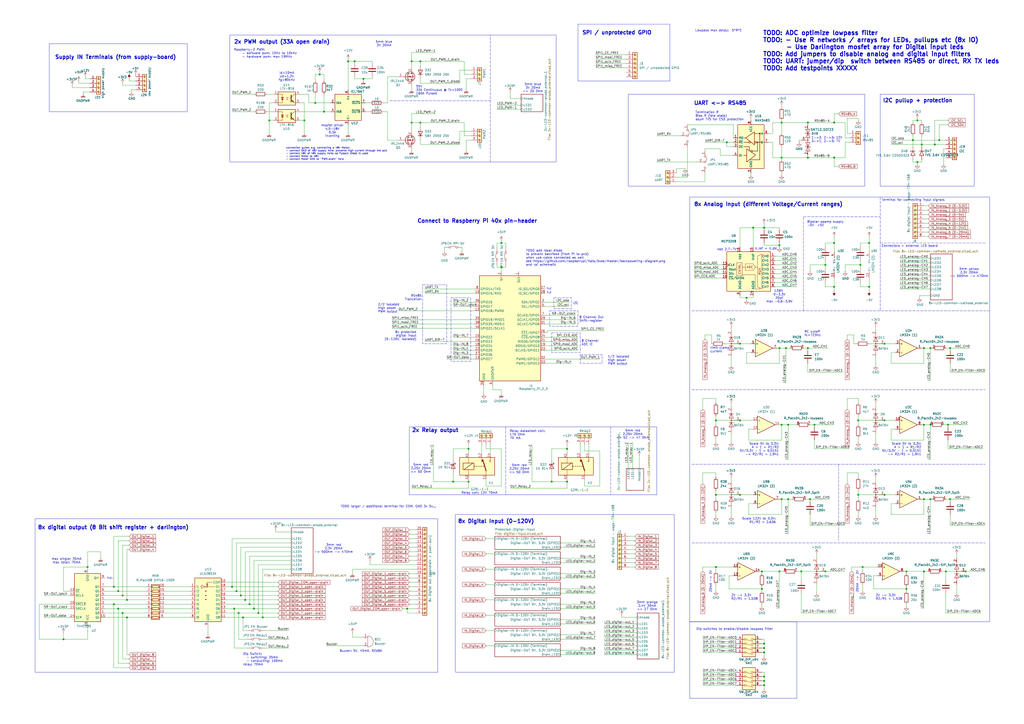
<source format=kicad_sch>
(kicad_sch
	(version 20231120)
	(generator "eeschema")
	(generator_version "8.0")
	(uuid "af4d11a6-73e1-4c39-a25e-5fe7dfa07237")
	(paper "A2")
	
	(junction
		(at 139.7 345.44)
		(diameter 0)
		(color 0 0 0 0)
		(uuid "01a8e618-7e14-4882-9136-a12536116a47")
	)
	(junction
		(at 236.22 353.06)
		(diameter 0)
		(color 0 0 0 0)
		(uuid "01c225b5-cd2c-42cd-9a9e-dd1eb69e7a46")
	)
	(junction
		(at 135.89 353.06)
		(diameter 0)
		(color 0 0 0 0)
		(uuid "05eca1c0-0042-44d8-82a8-b1f48175c33d")
	)
	(junction
		(at 483.87 91.44)
		(diameter 0)
		(color 0 0 0 0)
		(uuid "06f335d7-63de-4572-a20a-022b6c7f93c9")
	)
	(junction
		(at 542.29 83.82)
		(diameter 0)
		(color 0 0 0 0)
		(uuid "072c8fc6-89d0-4715-8ea4-dd9134761f17")
	)
	(junction
		(at 529.59 81.28)
		(diameter 0)
		(color 0 0 0 0)
		(uuid "07823899-5798-4592-8eff-8b1fe5858f30")
	)
	(junction
		(at 182.88 59.69)
		(diameter 0)
		(color 0 0 0 0)
		(uuid "0eedc99b-ff42-4961-8286-6066dee5c8fe")
	)
	(junction
		(at 504.19 140.97)
		(diameter 0)
		(color 0 0 0 0)
		(uuid "0f3fa599-affa-44c6-8b85-24ce12db14ea")
	)
	(junction
		(at 66.04 340.36)
		(diameter 0)
		(color 0 0 0 0)
		(uuid "10026633-9ac7-4b72-aa53-10151f42da81")
	)
	(junction
		(at 176.53 69.85)
		(diameter 0)
		(color 0 0 0 0)
		(uuid "11580b8b-6675-41d3-b33d-e1ed958eda93")
	)
	(junction
		(at 152.4 358.14)
		(diameter 0)
		(color 0 0 0 0)
		(uuid "119c3b35-4b9f-4318-9220-02559deba15e")
	)
	(junction
		(at 185.42 43.18)
		(diameter 0)
		(color 0 0 0 0)
		(uuid "14ee932b-b4bf-415b-ab21-01e0b930417b")
	)
	(junction
		(at 513.08 243.84)
		(diameter 0)
		(color 0 0 0 0)
		(uuid "14fcd33f-6a27-4b5c-bd8a-16602ae94ce3")
	)
	(junction
		(at 468.63 71.12)
		(diameter 0)
		(color 0 0 0 0)
		(uuid "1827b75e-5515-4844-a399-117e6918fd73")
	)
	(junction
		(at 532.13 93.98)
		(diameter 0)
		(color 0 0 0 0)
		(uuid "1c476741-4a7f-44e7-a84a-5b0fc50d1df8")
	)
	(junction
		(at 483.87 166.37)
		(diameter 0)
		(color 0 0 0 0)
		(uuid "1f83392c-f6f4-4c47-92c7-6541609902a5")
	)
	(junction
		(at 504.19 166.37)
		(diameter 0)
		(color 0 0 0 0)
		(uuid "1ff1815a-ddb0-4907-bed1-18b8fe5665e3")
	)
	(junction
		(at 457.2 246.38)
		(diameter 0)
		(color 0 0 0 0)
		(uuid "209182a8-b4b9-40cd-b5b2-bd90b860e927")
	)
	(junction
		(at 271.78 260.35)
		(diameter 0)
		(color 0 0 0 0)
		(uuid "213f96fc-26d9-4cf1-83bd-f4336ef00b81")
	)
	(junction
		(at 320.04 279.4)
		(diameter 0)
		(color 0 0 0 0)
		(uuid "236f3f4e-76e9-4351-baf1-7665cdb427aa")
	)
	(junction
		(at 144.78 350.52)
		(diameter 0)
		(color 0 0 0 0)
		(uuid "24719f92-8210-4aa7-b4fb-885fcf560860")
	)
	(junction
		(at 238.76 35.56)
		(diameter 0)
		(color 0 0 0 0)
		(uuid "2a544a35-89e9-4403-a76e-deca404b0df4")
	)
	(junction
		(at 453.39 71.12)
		(diameter 0)
		(color 0 0 0 0)
		(uuid "2d47b40e-d23f-458b-8bda-f40f4a63d16c")
	)
	(junction
		(at 457.2 289.56)
		(diameter 0)
		(color 0 0 0 0)
		(uuid "2ec783c1-8b84-46a4-83e0-9e6bdd9d83e1")
	)
	(junction
		(at 415.29 287.02)
		(diameter 0)
		(color 0 0 0 0)
		(uuid "2f3e2706-66a2-4ddc-84d7-d0f87e408bee")
	)
	(junction
		(at 429.26 199.39)
		(diameter 0)
		(color 0 0 0 0)
		(uuid "322a1d28-d972-4b68-a81b-9e541f249074")
	)
	(junction
		(at 535.94 246.38)
		(diameter 0)
		(color 0 0 0 0)
		(uuid "3ae78f7f-94a6-4485-a6b5-d7ce73e1abef")
	)
	(junction
		(at 513.08 199.39)
		(diameter 0)
		(color 0 0 0 0)
		(uuid "3b4b0fd5-c991-4a1b-b89c-c6b2bfe001ca")
	)
	(junction
		(at 50.8 328.93)
		(diameter 0)
		(color 0 0 0 0)
		(uuid "3c754c5e-b249-46c4-9d05-9f550316aca5")
	)
	(junction
		(at 290.83 154.94)
		(diameter 0)
		(color 0 0 0 0)
		(uuid "401df33a-bfc8-4102-a832-13b9d72f27f9")
	)
	(junction
		(at 443.23 132.08)
		(diameter 0)
		(color 0 0 0 0)
		(uuid "42f8f2a2-d4f1-4f85-a7f3-af76fd15f334")
	)
	(junction
		(at 535.94 201.93)
		(diameter 0)
		(color 0 0 0 0)
		(uuid "4c28afa4-cb18-4457-bfd3-5c53dabd8baa")
	)
	(junction
		(at 66.04 350.52)
		(diameter 0)
		(color 0 0 0 0)
		(uuid "4dd49bce-72c0-4885-aaa1-4fc2ceee5ed9")
	)
	(junction
		(at 433.07 172.72)
		(diameter 0)
		(color 0 0 0 0)
		(uuid "4e57230f-aabe-47d0-b863-f2adc3d1ffe4")
	)
	(junction
		(at 551.18 289.56)
		(diameter 0)
		(color 0 0 0 0)
		(uuid "5350fbf4-d95b-437a-9686-20f0bf58d3a4")
	)
	(junction
		(at 534.67 83.82)
		(diameter 0)
		(color 0 0 0 0)
		(uuid "53d66afe-70cb-456e-9b1b-03e37a30427c")
	)
	(junction
		(at 535.94 289.56)
		(diameter 0)
		(color 0 0 0 0)
		(uuid "5453c15f-3da7-498f-b4d4-eefd4a32800e")
	)
	(junction
		(at 478.79 153.67)
		(diameter 0)
		(color 0 0 0 0)
		(uuid "55a82554-799d-4bb3-8181-718182c3900f")
	)
	(junction
		(at 497.84 243.84)
		(diameter 0)
		(color 0 0 0 0)
		(uuid "57a339c8-b411-45ff-a169-a3416d23d890")
	)
	(junction
		(at 328.93 279.4)
		(diameter 0)
		(color 0 0 0 0)
		(uuid "58641e9a-dfea-4a17-a599-d3f20704b922")
	)
	(junction
		(at 535.94 331.47)
		(diameter 0)
		(color 0 0 0 0)
		(uuid "5ebeab69-b597-43d2-ab3a-c72fec21131d")
	)
	(junction
		(at 500.38 328.93)
		(diameter 0)
		(color 0 0 0 0)
		(uuid "5fbe9979-8f7b-4932-9184-a4d03c15d4fe")
	)
	(junction
		(at 472.44 246.38)
		(diameter 0)
		(color 0 0 0 0)
		(uuid "5fd46808-879e-44b8-af18-96d3e87ab16f")
	)
	(junction
		(at 532.13 69.85)
		(diameter 0)
		(color 0 0 0 0)
		(uuid "60649139-4bdd-472e-9af5-360b27505cfe")
	)
	(junction
		(at 525.78 331.47)
		(diameter 0)
		(color 0 0 0 0)
		(uuid "67352b46-f9e5-4f25-b773-3d42ff5e5699")
	)
	(junction
		(at 415.29 328.93)
		(diameter 0)
		(color 0 0 0 0)
		(uuid "6e2b59ba-643e-42d5-abe7-fae3afd30e18")
	)
	(junction
		(at 201.93 35.56)
		(diameter 0)
		(color 0 0 0 0)
		(uuid "6f8dae14-e5bb-4ed3-8136-992dd6b276bb")
	)
	(junction
		(at 436.88 132.08)
		(diameter 0)
		(color 0 0 0 0)
		(uuid "71c80c36-cea0-487c-bcb3-ac90e6cf6909")
	)
	(junction
		(at 497.84 287.02)
		(diameter 0)
		(color 0 0 0 0)
		(uuid "72cd6455-fb65-4b52-8421-80100f0ddc8f")
	)
	(junction
		(at 68.58 342.9)
		(diameter 0)
		(color 0 0 0 0)
		(uuid "751fb691-f4d4-4afb-8c99-237d44216e6a")
	)
	(junction
		(at 142.24 347.98)
		(diameter 0)
		(color 0 0 0 0)
		(uuid "75331210-328d-4b01-a051-ab734c1e4329")
	)
	(junction
		(at 452.12 142.24)
		(diameter 0)
		(color 0 0 0 0)
		(uuid "7b6a19d9-d84c-4ace-9ad2-e52657e5669a")
	)
	(junction
		(at 539.75 201.93)
		(diameter 0)
		(color 0 0 0 0)
		(uuid "7c4690e7-c7bf-4226-a178-dc9e53dc51ed")
	)
	(junction
		(at 441.96 331.47)
		(diameter 0)
		(color 0 0 0 0)
		(uuid "7eee6ae0-e862-4cf5-a20a-077da3b5824a")
	)
	(junction
		(at 36.83 370.84)
		(diameter 0)
		(color 0 0 0 0)
		(uuid "84b82d7c-5f92-4073-bceb-03310c6207ac")
	)
	(junction
		(at 468.63 201.93)
		(diameter 0)
		(color 0 0 0 0)
		(uuid "85be4b5b-1dd3-4429-a51f-714f415e4cb3")
	)
	(junction
		(at 513.08 287.02)
		(diameter 0)
		(color 0 0 0 0)
		(uuid "86f80d78-9680-4044-9ea8-382a544e1180")
	)
	(junction
		(at 421.64 82.55)
		(diameter 0)
		(color 0 0 0 0)
		(uuid "8ba0df70-00b9-477d-a1d9-09e132e0196c")
	)
	(junction
		(at 499.11 153.67)
		(diameter 0)
		(color 0 0 0 0)
		(uuid "8e2b91a7-a806-46dd-8017-558f66a7d5aa")
	)
	(junction
		(at 205.74 35.56)
		(diameter 0)
		(color 0 0 0 0)
		(uuid "900094c6-ad82-42ce-b9e4-bbff1fbd4f7d")
	)
	(junction
		(at 539.75 246.38)
		(diameter 0)
		(color 0 0 0 0)
		(uuid "9857da2e-fa86-4979-a30f-81191067da5a")
	)
	(junction
		(at 443.23 373.38)
		(diameter 0)
		(color 0 0 0 0)
		(uuid "98c11e17-da75-489b-919d-abd5b90d75d6")
	)
	(junction
		(at 443.23 397.51)
		(diameter 0)
		(color 0 0 0 0)
		(uuid "9905ae76-43d5-46fd-ab04-63b3bd0b1c1a")
	)
	(junction
		(at 525.78 341.63)
		(diameter 0)
		(color 0 0 0 0)
		(uuid "9f9cd4a1-53b7-4b90-939d-1f42f0144daf")
	)
	(junction
		(at 71.12 345.44)
		(diameter 0)
		(color 0 0 0 0)
		(uuid "a02a0c35-7237-4690-930d-ae7d81a03d46")
	)
	(junction
		(at 429.26 287.02)
		(diameter 0)
		(color 0 0 0 0)
		(uuid "a0fb1850-0f46-4c36-b798-547b535c42df")
	)
	(junction
		(at 156.21 69.85)
		(diameter 0)
		(color 0 0 0 0)
		(uuid "a156600e-b17b-40ee-9338-2875dd6af119")
	)
	(junction
		(at 443.23 378.46)
		(diameter 0)
		(color 0 0 0 0)
		(uuid "a2aaf358-b70a-40ed-8891-c2b838783341")
	)
	(junction
		(at 539.75 289.56)
		(diameter 0)
		(color 0 0 0 0)
		(uuid "a647ae42-673a-4b30-ba91-f5c0de2d1fb1")
	)
	(junction
		(at 415.29 243.84)
		(diameter 0)
		(color 0 0 0 0)
		(uuid "a8916f2a-3760-4408-a711-e8008e50a42d")
	)
	(junction
		(at 469.9 289.56)
		(diameter 0)
		(color 0 0 0 0)
		(uuid "a8b20a5e-2fbe-4704-8e22-2faf27846df8")
	)
	(junction
		(at 549.91 246.38)
		(diameter 0)
		(color 0 0 0 0)
		(uuid "aad29792-d123-4844-9da8-1df2be24a9d5")
	)
	(junction
		(at 262.89 279.4)
		(diameter 0)
		(color 0 0 0 0)
		(uuid "ac1970be-fc9a-493a-b832-4f526b5d8a6f")
	)
	(junction
		(at 544.83 81.28)
		(diameter 0)
		(color 0 0 0 0)
		(uuid "ac4ac232-9a0f-4efe-bd40-aa7c1fcbaeed")
	)
	(junction
		(at 140.97 358.14)
		(diameter 0)
		(color 0 0 0 0)
		(uuid "b03b65c9-d63a-4b4e-b4bc-bfd5bb85047b")
	)
	(junction
		(at 137.16 342.9)
		(diameter 0)
		(color 0 0 0 0)
		(uuid "b2e04b3a-0203-4e9b-b5fb-44711c9651f5")
	)
	(junction
		(at 210.82 45.72)
		(diameter 0)
		(color 0 0 0 0)
		(uuid "b650fb0f-f91e-4bab-945c-20253961cf93")
	)
	(junction
		(at 483.87 71.12)
		(diameter 0)
		(color 0 0 0 0)
		(uuid "b75f83a7-ff43-422c-8aef-b23c65dc9f58")
	)
	(junction
		(at 429.26 243.84)
		(diameter 0)
		(color 0 0 0 0)
		(uuid "b8cbbf2c-6947-4c47-a76a-df98369a49e2")
	)
	(junction
		(at 441.96 341.63)
		(diameter 0)
		(color 0 0 0 0)
		(uuid "bc0e8895-a168-4b32-a3ae-032222041331")
	)
	(junction
		(at 290.83 140.97)
		(diameter 0)
		(color 0 0 0 0)
		(uuid "c141ea30-0a7b-45f8-a452-2c0244bcf9aa")
	)
	(junction
		(at 328.93 260.35)
		(diameter 0)
		(color 0 0 0 0)
		(uuid "c25e2208-2d4a-4a5d-b1b6-520bc7405c20")
	)
	(junction
		(at 71.12 355.6)
		(diameter 0)
		(color 0 0 0 0)
		(uuid "c2a7d60c-8406-4629-9f9f-20facc991908")
	)
	(junction
		(at 238.76 71.12)
		(diameter 0)
		(color 0 0 0 0)
		(uuid "c583ebaa-dbb1-42bf-9503-cd46d9d9c934")
	)
	(junction
		(at 464.82 331.47)
		(diameter 0)
		(color 0 0 0 0)
		(uuid "c6fd9455-a40f-495c-b522-dad68ccccb40")
	)
	(junction
		(at 68.58 353.06)
		(diameter 0)
		(color 0 0 0 0)
		(uuid "c7252f51-5593-44ea-9ef0-15644cb2b836")
	)
	(junction
		(at 478.79 331.47)
		(diameter 0)
		(color 0 0 0 0)
		(uuid "c7d2abe6-56ee-45d0-91ba-2bdad49697be")
	)
	(junction
		(at 551.18 201.93)
		(diameter 0)
		(color 0 0 0 0)
		(uuid "c9a1a788-271b-4313-91ac-1eb41a1be2d1")
	)
	(junction
		(at 73.66 347.98)
		(diameter 0)
		(color 0 0 0 0)
		(uuid "ca97fd06-a20b-4255-9402-c6f0775648c9")
	)
	(junction
		(at 560.07 331.47)
		(diameter 0)
		(color 0 0 0 0)
		(uuid "cb011434-a4b0-4556-a812-d331c49ca2c1")
	)
	(junction
		(at 149.86 355.6)
		(diameter 0)
		(color 0 0 0 0)
		(uuid "cdb7cae5-fc07-4bbc-8ee6-837fb3913bf1")
	)
	(junction
		(at 452.12 331.47)
		(diameter 0)
		(color 0 0 0 0)
		(uuid "d3002e4b-d3e1-40cc-9b8a-5d2c7334c6dd")
	)
	(junction
		(at 443.23 394.97)
		(diameter 0)
		(color 0 0 0 0)
		(uuid "d3c25f2f-519c-4e8a-bf2d-451e91de8263")
	)
	(junction
		(at 455.93 201.93)
		(diameter 0)
		(color 0 0 0 0)
		(uuid "d5958f52-db39-4d96-9f5c-46cc0e0a9c13")
	)
	(junction
		(at 468.63 91.44)
		(diameter 0)
		(color 0 0 0 0)
		(uuid "d5f0980c-b894-41c8-ad9a-99d84da95533")
	)
	(junction
		(at 243.84 71.12)
		(diameter 0)
		(color 0 0 0 0)
		(uuid "d7f6abff-a394-48b0-8295-d13e407a04cb")
	)
	(junction
		(at 483.87 140.97)
		(diameter 0)
		(color 0 0 0 0)
		(uuid "d8d7fb1f-bb4d-4c93-8aa7-905c20aefd85")
	)
	(junction
		(at 548.64 331.47)
		(diameter 0)
		(color 0 0 0 0)
		(uuid "dd672ca4-9aed-4510-a18a-eaf4c4b1b5b2")
	)
	(junction
		(at 443.23 392.43)
		(diameter 0)
		(color 0 0 0 0)
		(uuid "df62cb63-19fa-46f2-9a5a-93a304b5a69d")
	)
	(junction
		(at 453.39 246.38)
		(diameter 0)
		(color 0 0 0 0)
		(uuid "e06e2f01-d838-48f6-8efa-7e05b926ca29")
	)
	(junction
		(at 271.78 279.4)
		(diameter 0)
		(color 0 0 0 0)
		(uuid "e0fcc60c-adef-4503-b67d-31eec596d694")
	)
	(junction
		(at 147.32 353.06)
		(diameter 0)
		(color 0 0 0 0)
		(uuid "e3108376-7dad-4cc8-8861-63d384004879")
	)
	(junction
		(at 187.96 64.77)
		(diameter 0)
		(color 0 0 0 0)
		(uuid "e5b099e1-f557-4448-b3d0-b283fc211558")
	)
	(junction
		(at 134.62 340.36)
		(diameter 0)
		(color 0 0 0 0)
		(uuid "e5bd5461-5bb2-4b08-87c8-6e463ef8db0a")
	)
	(junction
		(at 243.84 35.56)
		(diameter 0)
		(color 0 0 0 0)
		(uuid "e8615103-e90c-4f75-b440-b8fad443ff1e")
	)
	(junction
		(at 453.39 91.44)
		(diameter 0)
		(color 0 0 0 0)
		(uuid "ed02a82a-9a4c-446b-b18a-c2e77fed11fa")
	)
	(junction
		(at 453.39 289.56)
		(diameter 0)
		(color 0 0 0 0)
		(uuid "ef6c709f-f6a8-4332-b336-2fc745163133")
	)
	(junction
		(at 443.23 375.92)
		(diameter 0)
		(color 0 0 0 0)
		(uuid "f4dadaf2-7795-4ea6-a683-80336635a387")
	)
	(junction
		(at 138.43 355.6)
		(diameter 0)
		(color 0 0 0 0)
		(uuid "fae7fc45-5150-4de6-9de8-a36ec31aa312")
	)
	(junction
		(at 452.12 201.93)
		(diameter 0)
		(color 0 0 0 0)
		(uuid "fbce1fdb-db5b-4f19-bbb5-0a9c27bcbc89")
	)
	(junction
		(at 73.66 358.14)
		(diameter 0)
		(color 0 0 0 0)
		(uuid "fcfc1728-3653-4623-b7b5-a4e4cd6811ba")
	)
	(wire
		(pts
			(xy 452.12 140.97) (xy 452.12 142.24)
		)
		(stroke
			(width 0)
			(type default)
		)
		(uuid "0054231e-6c1c-4b62-a261-da803b448710")
	)
	(wire
		(pts
			(xy 350.52 364.49) (xy 369.57 364.49)
		)
		(stroke
			(width 0)
			(type default)
		)
		(uuid "0059a5bd-5d4e-41f1-b8bf-105e91bea211")
	)
	(wire
		(pts
			(xy 492.76 260.35) (xy 472.44 260.35)
		)
		(stroke
			(width 0)
			(type default)
		)
		(uuid "007352d0-4393-4d19-8efc-d51e28cb77e4")
	)
	(wire
		(pts
			(xy 237.49 320.04) (xy 241.3 320.04)
		)
		(stroke
			(width 0)
			(type default)
		)
		(uuid "00818073-0ff6-4df9-84ad-d009831f149e")
	)
	(wire
		(pts
			(xy 173.99 64.77) (xy 187.96 64.77)
		)
		(stroke
			(width 0)
			(type default)
		)
		(uuid "00912cef-7458-4250-9601-851325c17234")
	)
	(wire
		(pts
			(xy 173.99 54.61) (xy 179.07 54.61)
		)
		(stroke
			(width 0)
			(type default)
		)
		(uuid "00e44004-c513-4de5-a722-c1ec9c261caa")
	)
	(wire
		(pts
			(xy 415.29 339.09) (xy 415.29 342.9)
		)
		(stroke
			(width 0)
			(type default)
		)
		(uuid "00ef2f56-37bd-4ed0-aeb9-aa019bd24e2f")
	)
	(wire
		(pts
			(xy 138.43 370.84) (xy 138.43 355.6)
		)
		(stroke
			(width 0)
			(type default)
		)
		(uuid "00fdba94-28e0-4b7e-a3f6-8468a273182f")
	)
	(wire
		(pts
			(xy 549.91 246.38) (xy 549.91 247.65)
		)
		(stroke
			(width 0)
			(type default)
		)
		(uuid "01a5f7f5-381b-4726-8886-b420b25ccedd")
	)
	(wire
		(pts
			(xy 130.81 353.06) (xy 135.89 353.06)
		)
		(stroke
			(width 0)
			(type default)
		)
		(uuid "01f70877-5d35-4473-8154-b32633fb4439")
	)
	(wire
		(pts
			(xy 201.93 35.56) (xy 205.74 35.56)
		)
		(stroke
			(width 0)
			(type default)
		)
		(uuid "02432959-10b0-4f2a-af2d-7311d5fec00d")
	)
	(wire
		(pts
			(xy 345.44 317.5) (xy 325.12 317.5)
		)
		(stroke
			(width 0)
			(type default)
		)
		(uuid "025ad35c-64b0-47a8-a900-f118fd03ec35")
	)
	(wire
		(pts
			(xy 288.29 154.94) (xy 290.83 154.94)
		)
		(stroke
			(width 0)
			(type default)
		)
		(uuid "02629f80-2850-40af-b117-d301cbd2e1ca")
	)
	(wire
		(pts
			(xy 533.4 171.45) (xy 539.75 171.45)
		)
		(stroke
			(width 0)
			(type default)
		)
		(uuid "02ca2bcb-dc3d-41b8-b3bb-d6980a38a62d")
	)
	(wire
		(pts
			(xy 50.8 330.2) (xy 50.8 328.93)
		)
		(stroke
			(width 0)
			(type default)
		)
		(uuid "02caf3da-4dfe-464a-bed0-55c975aa32ca")
	)
	(wire
		(pts
			(xy 483.87 137.16) (xy 483.87 140.97)
		)
		(stroke
			(width 0)
			(type default)
		)
		(uuid "02dea10a-f229-486d-876a-a071096eeead")
	)
	(wire
		(pts
			(xy 262.89 195.58) (xy 275.59 195.58)
		)
		(stroke
			(width 0)
			(type default)
		)
		(uuid "02f927d2-46f0-4067-bb2c-7b5ed625f8eb")
	)
	(wire
		(pts
			(xy 269.24 71.12) (xy 269.24 78.74)
		)
		(stroke
			(width 0)
			(type default)
		)
		(uuid "030da04f-bb6a-49d5-a07a-b1ac13ef0d2c")
	)
	(wire
		(pts
			(xy 513.08 287.02) (xy 519.43 287.02)
		)
		(stroke
			(width 0)
			(type default)
		)
		(uuid "0402a363-6ddc-4245-b79d-651ce5e2b849")
	)
	(wire
		(pts
			(xy 453.39 246.38) (xy 457.2 246.38)
		)
		(stroke
			(width 0)
			(type default)
		)
		(uuid "04304b2e-0c68-4a14-bbe0-0e23cac30e94")
	)
	(wire
		(pts
			(xy 288.29 63.5) (xy 302.26 63.5)
		)
		(stroke
			(width 0)
			(type default)
		)
		(uuid "0441f777-da59-4d51-9ce1-7f52d2030a3b")
	)
	(wire
		(pts
			(xy 529.59 71.12) (xy 529.59 69.85)
		)
		(stroke
			(width 0)
			(type default)
		)
		(uuid "0445f1c5-cbd7-41f2-81d5-6122602375c6")
	)
	(wire
		(pts
			(xy 560.07 331.47) (xy 571.5 331.47)
		)
		(stroke
			(width 0)
			(type default)
		)
		(uuid "044788d0-021d-486d-a9d3-fdae59027b7a")
	)
	(polyline
		(pts
			(xy 226.06 58.42) (xy 284.48 58.42)
		)
		(stroke
			(width 0)
			(type dash)
		)
		(uuid "0562829c-78ed-418e-bf83-3ad41711062d")
	)
	(wire
		(pts
			(xy 290.83 260.35) (xy 290.83 281.94)
		)
		(stroke
			(width 0)
			(type default)
		)
		(uuid "05769be8-6486-49a6-96aa-282d535c7d39")
	)
	(wire
		(pts
			(xy 429.26 143.51) (xy 429.26 132.08)
		)
		(stroke
			(width 0)
			(type default)
		)
		(uuid "05c7cccb-cca5-4623-97c8-040d9b4df307")
	)
	(wire
		(pts
			(xy 66.04 340.36) (xy 85.09 340.36)
		)
		(stroke
			(width 0)
			(type default)
		)
		(uuid "060a1e46-185f-46d5-bb25-4b502bfab042")
	)
	(wire
		(pts
			(xy 449.58 148.59) (xy 462.28 148.59)
		)
		(stroke
			(width 0)
			(type default)
		)
		(uuid "068083fa-fce7-43b5-8463-4f98840e7a26")
	)
	(wire
		(pts
			(xy 290.83 281.94) (xy 281.94 281.94)
		)
		(stroke
			(width 0)
			(type default)
		)
		(uuid "06a1b25e-5913-4cbd-a6dc-df54f02c3062")
	)
	(wire
		(pts
			(xy 316.23 182.88) (xy 334.01 182.88)
		)
		(stroke
			(width 0)
			(type default)
		)
		(uuid "06d6f191-9971-474b-b097-e0a1a133101e")
	)
	(wire
		(pts
			(xy 74.93 313.69) (xy 68.58 313.69)
		)
		(stroke
			(width 0)
			(type default)
		)
		(uuid "0768423a-ac1c-4f99-9532-7ef87789f549")
	)
	(wire
		(pts
			(xy 95.25 342.9) (xy 110.49 342.9)
		)
		(stroke
			(width 0)
			(type default)
		)
		(uuid "07df2798-ce49-4d2e-88d1-304e7370129e")
	)
	(wire
		(pts
			(xy 290.83 226.06) (xy 290.83 228.6)
		)
		(stroke
			(width 0)
			(type default)
		)
		(uuid "07f79494-8767-4e73-b134-542e489a4daa")
	)
	(wire
		(pts
			(xy 508 276.86) (xy 508 279.4)
		)
		(stroke
			(width 0)
			(type default)
		)
		(uuid "086ffce1-bece-47de-afff-a5272daa684c")
	)
	(wire
		(pts
			(xy 539.75 289.56) (xy 541.02 289.56)
		)
		(stroke
			(width 0)
			(type default)
		)
		(uuid "08d4afc6-7a52-4c48-90ea-de03339f3fec")
	)
	(wire
		(pts
			(xy 434.34 292.1) (xy 434.34 298.45)
		)
		(stroke
			(width 0)
			(type default)
		)
		(uuid "08da2754-5954-4cc6-88b7-c43418808a5f")
	)
	(wire
		(pts
			(xy 237.49 332.74) (xy 241.3 332.74)
		)
		(stroke
			(width 0)
			(type default)
		)
		(uuid "09105bff-0442-453e-b260-c98527da345d")
	)
	(wire
		(pts
			(xy 449.58 151.13) (xy 462.28 151.13)
		)
		(stroke
			(width 0)
			(type default)
		)
		(uuid "0932f8bf-1781-41f0-8075-3b7e84ddb5c7")
	)
	(wire
		(pts
			(xy 176.53 69.85) (xy 176.53 59.69)
		)
		(stroke
			(width 0)
			(type default)
		)
		(uuid "09c9e21f-8206-47ae-a9c8-c044bfbcae4a")
	)
	(wire
		(pts
			(xy 497.84 284.48) (xy 497.84 287.02)
		)
		(stroke
			(width 0)
			(type default)
		)
		(uuid "09d9a41a-af3c-4a91-ad4d-2c3b79cf9ec7")
	)
	(wire
		(pts
			(xy 50.8 363.22) (xy 50.8 370.84)
		)
		(stroke
			(width 0)
			(type default)
		)
		(uuid "0a051774-4cbb-4b66-bf37-8910fac947bb")
	)
	(wire
		(pts
			(xy 60.96 358.14) (xy 73.66 358.14)
		)
		(stroke
			(width 0)
			(type default)
		)
		(uuid "0aa33d96-2e44-4442-b63d-f8ede3d506ac")
	)
	(wire
		(pts
			(xy 491.49 68.58) (xy 491.49 77.47)
		)
		(stroke
			(width 0)
			(type default)
		)
		(uuid "0ac0da6d-7a79-4bb6-aac5-dbd7e02f6a35")
	)
	(wire
		(pts
			(xy 269.24 78.74) (xy 273.05 78.74)
		)
		(stroke
			(width 0)
			(type default)
		)
		(uuid "0af3e3f5-4871-4f0a-9b10-f4cd810203b5")
	)
	(wire
		(pts
			(xy 415.29 274.32) (xy 415.29 276.86)
		)
		(stroke
			(width 0)
			(type default)
		)
		(uuid "0b798a4e-ae38-46ca-9967-253a2656e0f1")
	)
	(wire
		(pts
			(xy 68.58 384.81) (xy 68.58 353.06)
		)
		(stroke
			(width 0)
			(type default)
		)
		(uuid "0d64bcbd-9b4c-4f6e-98d3-beab5b2606b6")
	)
	(wire
		(pts
			(xy 441.96 375.92) (xy 443.23 375.92)
		)
		(stroke
			(width 0)
			(type default)
		)
		(uuid "0ee3f252-7bb8-434b-aa8b-9caf2c52cf77")
	)
	(wire
		(pts
			(xy 497.84 243.84) (xy 497.84 246.38)
		)
		(stroke
			(width 0)
			(type default)
		)
		(uuid "0f4644b6-fa54-41ce-a769-bba1ac182829")
	)
	(wire
		(pts
			(xy 435.61 68.58) (xy 435.61 69.85)
		)
		(stroke
			(width 0)
			(type default)
		)
		(uuid "0fdad08b-4b60-4f92-976c-2a5e922013e0")
	)
	(wire
		(pts
			(xy 251.46 257.81) (xy 251.46 279.4)
		)
		(stroke
			(width 0)
			(type default)
		)
		(uuid "0fdb76a1-0d44-4ff6-a2d2-38a97251b0ec")
	)
	(wire
		(pts
			(xy 469.9 298.45) (xy 469.9 304.8)
		)
		(stroke
			(width 0)
			(type default)
		)
		(uuid "100c3ed1-15ce-439f-b56e-a20a33137ade")
	)
	(wire
		(pts
			(xy 491.49 274.32) (xy 497.84 274.32)
		)
		(stroke
			(width 0)
			(type default)
		)
		(uuid "10a6a44e-d783-4ce2-86b8-20bd8032d780")
	)
	(wire
		(pts
			(xy 262.89 203.2) (xy 275.59 203.2)
		)
		(stroke
			(width 0)
			(type default)
		)
		(uuid "10a757e5-89b9-4989-b591-35fa1e44e30a")
	)
	(wire
		(pts
			(xy 535.94 255.27) (xy 535.94 246.38)
		)
		(stroke
			(width 0)
			(type default)
		)
		(uuid "1103b789-e8a0-437b-b861-57f3bb0fe1fd")
	)
	(wire
		(pts
			(xy 316.23 185.42) (xy 334.01 185.42)
		)
		(stroke
			(width 0)
			(type default)
		)
		(uuid "119c66a0-9194-4112-8a35-c7ab420db9e3")
	)
	(wire
		(pts
			(xy 243.84 71.12) (xy 243.84 73.66)
		)
		(stroke
			(width 0)
			(type default)
		)
		(uuid "11c359c3-26fe-4117-8dcc-0f087608c0a4")
	)
	(wire
		(pts
			(xy 529.59 93.98) (xy 532.13 93.98)
		)
		(stroke
			(width 0)
			(type default)
		)
		(uuid "120cdc1a-687e-4eba-afd7-f1b2efe76e94")
	)
	(wire
		(pts
			(xy 368.3 326.39) (xy 364.49 326.39)
		)
		(stroke
			(width 0)
			(type default)
		)
		(uuid "1238accc-b1f4-495d-9555-1773ffdde48b")
	)
	(wire
		(pts
			(xy 407.67 231.14) (xy 415.29 231.14)
		)
		(stroke
			(width 0)
			(type default)
		)
		(uuid "1257bc49-635e-40d2-adbc-efdb0b93d729")
	)
	(wire
		(pts
			(xy 214.63 325.12) (xy 214.63 327.66)
		)
		(stroke
			(width 0)
			(type default)
		)
		(uuid "128be43b-7a70-49a5-988a-1e04db604812")
	)
	(wire
		(pts
			(xy 25.4 358.14) (xy 40.64 358.14)
		)
		(stroke
			(width 0)
			(type default)
		)
		(uuid "12a983d3-1186-4ca8-a60c-5c45001d78ec")
	)
	(wire
		(pts
			(xy 421.64 82.55) (xy 425.45 82.55)
		)
		(stroke
			(width 0)
			(type default)
		)
		(uuid "12d77e0a-5dcd-4dd0-8d7e-2bd92b3f4f23")
	)
	(wire
		(pts
			(xy 368.3 311.15) (xy 364.49 311.15)
		)
		(stroke
			(width 0)
			(type default)
		)
		(uuid "131e9cc7-fe99-45a7-b73f-6d1a85fbc334")
	)
	(wire
		(pts
			(xy 134.62 54.61) (xy 147.32 54.61)
		)
		(stroke
			(width 0)
			(type default)
		)
		(uuid "13498381-d22d-4321-8dae-bb4e3470f921")
	)
	(wire
		(pts
			(xy 534.67 93.98) (xy 534.67 92.71)
		)
		(stroke
			(width 0)
			(type default)
		)
		(uuid "135d3430-334d-4aef-a7e9-ae49e108ebcb")
	)
	(wire
		(pts
			(xy 443.23 397.51) (xy 443.23 400.05)
		)
		(stroke
			(width 0)
			(type default)
		)
		(uuid "145b0ef9-36fd-4dad-a321-b9924e4bdd47")
	)
	(wire
		(pts
			(xy 443.23 142.24) (xy 452.12 142.24)
		)
		(stroke
			(width 0)
			(type default)
		)
		(uuid "14e2a1f5-5ec8-44d4-8c05-ee4cab2bd0fb")
	)
	(wire
		(pts
			(xy 535.94 132.08) (xy 538.48 132.08)
		)
		(stroke
			(width 0)
			(type default)
		)
		(uuid "14f8bc70-e152-47b8-b5b7-589734aa4ea8")
	)
	(wire
		(pts
			(xy 455.93 201.93) (xy 458.47 201.93)
		)
		(stroke
			(width 0)
			(type default)
		)
		(uuid "15621219-290f-410b-a757-cdd9d2345727")
	)
	(wire
		(pts
			(xy 521.97 154.94) (xy 539.75 154.94)
		)
		(stroke
			(width 0)
			(type default)
		)
		(uuid "15a95d69-ac4a-45ca-b8f6-2b9c3ce3b134")
	)
	(wire
		(pts
			(xy 441.96 331.47) (xy 441.96 332.74)
		)
		(stroke
			(width 0)
			(type default)
		)
		(uuid "1650821f-6f72-4ef4-81aa-36ef4033d5a7")
	)
	(wire
		(pts
			(xy 533.4 171.45) (xy 533.4 172.72)
		)
		(stroke
			(width 0)
			(type default)
		)
		(uuid "17ab037c-9d54-480e-9ede-6b5741f81bf6")
	)
	(wire
		(pts
			(xy 452.12 210.82) (xy 452.12 201.93)
		)
		(stroke
			(width 0)
			(type default)
		)
		(uuid "17bbe78c-8ffb-4b23-9f87-29b2d98865bc")
	)
	(wire
		(pts
			(xy 95.25 353.06) (xy 110.49 353.06)
		)
		(stroke
			(width 0)
			(type default)
		)
		(uuid "17e11a50-385e-432f-900e-6b2e29947238")
	)
	(wire
		(pts
			(xy 429.26 287.02) (xy 436.88 287.02)
		)
		(stroke
			(width 0)
			(type default)
		)
		(uuid "18288614-a31d-42ef-8d12-5035b84b8786")
	)
	(wire
		(pts
			(xy 504.19 166.37) (xy 504.19 168.91)
		)
		(stroke
			(width 0)
			(type default)
		)
		(uuid "1891167f-bd6f-432d-97cc-8252524b20bd")
	)
	(wire
		(pts
			(xy 469.9 157.48) (xy 469.9 153.67)
		)
		(stroke
			(width 0)
			(type default)
		)
		(uuid "18b8ce0d-37b1-47d6-af97-694ae6d71fcc")
	)
	(wire
		(pts
			(xy 231.14 180.34) (xy 275.59 180.34)
		)
		(stroke
			(width 0)
			(type default)
		)
		(uuid "18bd5913-41be-4769-8641-d6823b668dd5")
	)
	(wire
		(pts
			(xy 417.83 90.17) (xy 425.45 90.17)
		)
		(stroke
			(width 0)
			(type default)
		)
		(uuid "18c8362d-d145-4a1a-8e42-fff3de7b5585")
	)
	(wire
		(pts
			(xy 205.74 36.83) (xy 205.74 35.56)
		)
		(stroke
			(width 0)
			(type default)
		)
		(uuid "18dc0aef-b3db-4808-8839-8af1912155b4")
	)
	(wire
		(pts
			(xy 425.45 72.39) (xy 425.45 80.01)
		)
		(stroke
			(width 0)
			(type default)
		)
		(uuid "196e8239-09f4-4868-a2a2-c496e530147a")
	)
	(wire
		(pts
			(xy 455.93 201.93) (xy 455.93 222.25)
		)
		(stroke
			(width 0)
			(type default)
		)
		(uuid "19b51e1c-f57e-4764-b3c0-bb93f31043c2")
	)
	(wire
		(pts
			(xy 436.88 248.92) (xy 434.34 248.92)
		)
		(stroke
			(width 0)
			(type default)
		)
		(uuid "1a9d8fbd-579f-424a-9e77-5087a207aaee")
	)
	(wire
		(pts
			(xy 452.12 246.38) (xy 453.39 246.38)
		)
		(stroke
			(width 0)
			(type default)
		)
		(uuid "1aa8f332-c29d-4eb2-9746-0ba21528bbb1")
	)
	(wire
		(pts
			(xy 548.64 331.47) (xy 560.07 331.47)
		)
		(stroke
			(width 0)
			(type default)
		)
		(uuid "1b61ec39-a1f0-4ae9-998a-52f9c8a37aff")
	)
	(wire
		(pts
			(xy 71.12 345.44) (xy 85.09 345.44)
		)
		(stroke
			(width 0)
			(type default)
		)
		(uuid "1b7db8ef-e462-40ed-856c-eba3332fba95")
	)
	(wire
		(pts
			(xy 280.67 223.52) (xy 280.67 228.6)
		)
		(stroke
			(width 0)
			(type default)
		)
		(uuid "1b8f0c00-5ad3-4cda-88d9-f2ab26805f4a")
	)
	(wire
		(pts
			(xy 130.81 337.82) (xy 161.29 337.82)
		)
		(stroke
			(width 0)
			(type default)
		)
		(uuid "1b94c1e7-6993-4274-96f6-cad4ff032714")
	)
	(wire
		(pts
			(xy 290.83 140.97) (xy 293.37 140.97)
		)
		(stroke
			(width 0)
			(type default)
		)
		(uuid "1bcd03f6-697c-4d8f-a699-3f0c0207f087")
	)
	(wire
		(pts
			(xy 415.29 297.18) (xy 415.29 299.72)
		)
		(stroke
			(width 0)
			(type default)
		)
		(uuid "1cd423c6-1734-4ded-95b9-a2f47a1cdd8c")
	)
	(wire
		(pts
			(xy 251.46 279.4) (xy 262.89 279.4)
		)
		(stroke
			(width 0)
			(type default)
		)
		(uuid "1d3d64b3-6f1d-4f1a-ae88-95cfc9beaf80")
	)
	(wire
		(pts
			(xy 325.12 350.52) (xy 345.44 350.52)
		)
		(stroke
			(width 0)
			(type default)
		)
		(uuid "1d63371b-b18c-4c68-a193-5ab28dd79cb9")
	)
	(wire
		(pts
			(xy 281.94 365.76) (xy 287.02 365.76)
		)
		(stroke
			(width 0)
			(type default)
		)
		(uuid "1d7795af-a4ef-4ce8-83de-15241c71be52")
	)
	(wire
		(pts
			(xy 137.16 314.96) (xy 137.16 342.9)
		)
		(stroke
			(width 0)
			(type default)
		)
		(uuid "1d84ddc9-03e2-4cd3-891d-0bb88a36b9c5")
	)
	(wire
		(pts
			(xy 320.04 279.4) (xy 328.93 279.4)
		)
		(stroke
			(width 0)
			(type default)
		)
		(uuid "1d938c29-453c-4c11-a7b3-24d1eceeb21c")
	)
	(wire
		(pts
			(xy 519.43 292.1) (xy 516.89 292.1)
		)
		(stroke
			(width 0)
			(type default)
		)
		(uuid "1e53379a-7223-42df-9e45-4a73eb6eeb8b")
	)
	(wire
		(pts
			(xy 153.67 375.92) (xy 167.64 375.92)
		)
		(stroke
			(width 0)
			(type default)
		)
		(uuid "1e6708ef-f728-47ee-bfe7-d731bdb78fc0")
	)
	(wire
		(pts
			(xy 425.45 85.09) (xy 421.64 85.09)
		)
		(stroke
			(width 0)
			(type default)
		)
		(uuid "1f2e0a71-74c6-4f5b-8f6e-0928e52c3053")
	)
	(wire
		(pts
			(xy 483.87 140.97) (xy 483.87 146.05)
		)
		(stroke
			(width 0)
			(type default)
		)
		(uuid "1f3964e0-df4e-407d-9cd6-6018573bdbfc")
	)
	(wire
		(pts
			(xy 270.51 87.63) (xy 270.51 81.28)
		)
		(stroke
			(width 0)
			(type default)
		)
		(uuid "1f5eb84e-983f-4bff-b5f2-fd1c10fe8bc9")
	)
	(wire
		(pts
			(xy 288.29 143.51) (xy 288.29 140.97)
		)
		(stroke
			(width 0)
			(type default)
		)
		(uuid "1f804f00-dc93-49fd-bf4b-a41baf5edb74")
	)
	(wire
		(pts
			(xy 25.4 345.44) (xy 40.64 345.44)
		)
		(stroke
			(width 0)
			(type default)
		)
		(uuid "20fb024a-f73d-48d4-b683-4d3f4306bcb3")
	)
	(wire
		(pts
			(xy 293.37 154.94) (xy 293.37 153.67)
		)
		(stroke
			(width 0)
			(type default)
		)
		(uuid "21aa734c-1279-4ade-9d31-7ca0417c0584")
	)
	(wire
		(pts
			(xy 499.11 143.51) (xy 499.11 140.97)
		)
		(stroke
			(width 0)
			(type default)
		)
		(uuid "21f5c7f9-000d-407c-b98e-c3c4a5209fce")
	)
	(wire
		(pts
			(xy 368.3 316.23) (xy 364.49 316.23)
		)
		(stroke
			(width 0)
			(type default)
		)
		(uuid "22195cc0-17f0-46e0-a3b8-679fd9147be0")
	)
	(wire
		(pts
			(xy 532.13 93.98) (xy 532.13 95.25)
		)
		(stroke
			(width 0)
			(type default)
		)
		(uuid "2223e017-a774-40d9-bc46-f97370239c67")
	)
	(wire
		(pts
			(xy 363.22 36.83) (xy 345.44 36.83)
		)
		(stroke
			(width 0)
			(type default)
		)
		(uuid "22c3eadf-c3aa-4d62-867a-edb679c24ba6")
	)
	(wire
		(pts
			(xy 473.71 321.31) (xy 473.71 323.85)
		)
		(stroke
			(width 0)
			(type default)
		)
		(uuid "22e77f1c-cbb0-4ce3-88da-24f3c710ae2c")
	)
	(wire
		(pts
			(xy 450.85 201.93) (xy 452.12 201.93)
		)
		(stroke
			(width 0)
			(type default)
		)
		(uuid "22ff23b7-227d-447e-bfda-59d80156c622")
	)
	(wire
		(pts
			(xy 571.5 304.8) (xy 551.18 304.8)
		)
		(stroke
			(width 0)
			(type default)
		)
		(uuid "2374c116-b0cd-4e94-bcd9-61bfdeb77685")
	)
	(wire
		(pts
			(xy 452.12 331.47) (xy 454.66 331.47)
		)
		(stroke
			(width 0)
			(type default)
		)
		(uuid "2392ddaa-67fc-438c-9dc7-1394f930cad1")
	)
	(wire
		(pts
			(xy 524.51 331.47) (xy 525.78 331.47)
		)
		(stroke
			(width 0)
			(type default)
		)
		(uuid "247e635b-6054-4992-9b2a-c3136448ced3")
	)
	(wire
		(pts
			(xy 339.09 281.94) (xy 339.09 278.13)
		)
		(stroke
			(width 0)
			(type default)
		)
		(uuid "2490bfb8-684b-4f8a-843c-f2990ff6742b")
	)
	(wire
		(pts
			(xy 449.58 156.21) (xy 462.28 156.21)
		)
		(stroke
			(width 0)
			(type default)
		)
		(uuid "24b8cd11-ef80-4755-84b3-4ab2650e79e8")
	)
	(wire
		(pts
			(xy 270.51 52.07) (xy 270.51 45.72)
		)
		(stroke
			(width 0)
			(type default)
		)
		(uuid "250c1fa7-ac95-441b-9fe6-ff782220d804")
	)
	(wire
		(pts
			(xy 408.94 194.31) (xy 412.75 194.31)
		)
		(stroke
			(width 0)
			(type default)
		)
		(uuid "254268d1-5d46-45d7-a31c-0a0243f94365")
	)
	(wire
		(pts
			(xy 478.79 140.97) (xy 483.87 140.97)
		)
		(stroke
			(width 0)
			(type default)
		)
		(uuid "266f8fdf-b849-49f6-955e-3ece423e2993")
	)
	(wire
		(pts
			(xy 486.41 66.04) (xy 483.87 66.04)
		)
		(stroke
			(width 0)
			(type default)
		)
		(uuid "2708f401-b37d-4538-9fc8-ac74cddafa38")
	)
	(wire
		(pts
			(xy 469.9 289.56) (xy 481.33 289.56)
		)
		(stroke
			(width 0)
			(type default)
		)
		(uuid "2710c34f-8200-4ad0-9168-3834a857ee98")
	)
	(wire
		(pts
			(xy 345.44 326.39) (xy 325.12 326.39)
		)
		(stroke
			(width 0)
			(type default)
		)
		(uuid "28020f13-79ec-4325-b955-1769c6a8d30f")
	)
	(wire
		(pts
			(xy 238.76 71.12) (xy 238.76 76.2)
		)
		(stroke
			(width 0)
			(type default)
		)
		(uuid "28a7e3ae-ec0f-4c85-8d6e-255f33033320")
	)
	(wire
		(pts
			(xy 328.93 279.4) (xy 328.93 283.21)
		)
		(stroke
			(width 0)
			(type default)
		)
		(uuid "28c66b86-4c26-48b2-bae4-c33e153ea612")
	)
	(wire
		(pts
			(xy 408.94 105.41) (xy 408.94 100.33)
		)
		(stroke
			(width 0)
			(type default)
		)
		(uuid "29a15a6b-4cc5-4520-9bbf-31f0101195ff")
	)
	(wire
		(pts
			(xy 497.84 297.18) (xy 497.84 299.72)
		)
		(stroke
			(width 0)
			(type default)
		)
		(uuid "29a84df5-a401-472c-b970-3e9ceb118392")
	)
	(wire
		(pts
			(xy 156.21 69.85) (xy 158.75 69.85)
		)
		(stroke
			(width 0)
			(type default)
		)
		(uuid "2a2f8130-b0d1-4884-80e9-c078f5f54573")
	)
	(wire
		(pts
			(xy 336.55 257.81) (xy 336.55 262.89)
		)
		(stroke
			(width 0)
			(type default)
		)
		(uuid "2a8c1952-8f9d-42f7-947d-72373a2187bc")
	)
	(wire
		(pts
			(xy 551.18 210.82) (xy 551.18 215.9)
		)
		(stroke
			(width 0)
			(type default)
		)
		(uuid "2b3833aa-74cb-4dd6-baa5-e5fa35654c53")
	)
	(wire
		(pts
			(xy 497.84 69.85) (xy 497.84 68.58)
		)
		(stroke
			(width 0)
			(type default)
		)
		(uuid "2b7af849-de1e-4ac0-b3de-94224358ddef")
	)
	(wire
		(pts
			(xy 433.07 172.72) (xy 436.88 172.72)
		)
		(stroke
			(width 0)
			(type default)
		)
		(uuid "2b9ccaa2-a7a6-40a8-9a8d-c15a845f981b")
	)
	(wire
		(pts
			(xy 237.49 342.9) (xy 241.3 342.9)
		)
		(stroke
			(width 0)
			(type default)
		)
		(uuid "2bf73ebd-d57b-4ce9-a442-e999e061e919")
	)
	(wire
		(pts
			(xy 516.89 81.28) (xy 529.59 81.28)
		)
		(stroke
			(width 0)
			(type default)
		)
		(uuid "2c0042ab-151e-4655-b1f0-c935d19e9c45")
	)
	(wire
		(pts
			(xy 483.87 71.12) (xy 490.22 71.12)
		)
		(stroke
			(width 0)
			(type default)
		)
		(uuid "2c4ad7f0-8645-4884-a548-d0686e60729d")
	)
	(wire
		(pts
			(xy 328.93 260.35) (xy 328.93 262.89)
		)
		(stroke
			(width 0)
			(type default)
		)
		(uuid "2cb2e63a-5478-435a-afe4-47b642166711")
	)
	(wire
		(pts
			(xy 179.07 59.69) (xy 182.88 59.69)
		)
		(stroke
			(width 0)
			(type default)
		)
		(uuid "2cec30c5-0957-48e9-a4ee-c40a5b3cee48")
	)
	(wire
		(pts
			(xy 130.81 347.98) (xy 142.24 347.98)
		)
		(stroke
			(width 0)
			(type default)
		)
		(uuid "2d1f3135-5bd8-4bb0-8f82-b5beb15ddc91")
	)
	(wire
		(pts
			(xy 448.31 77.47) (xy 448.31 71.12)
		)
		(stroke
			(width 0)
			(type default)
		)
		(uuid "2d3c874d-de1e-4bbf-80b6-5e6ffa06625a")
	)
	(wire
		(pts
			(xy 491.49 280.67) (xy 491.49 274.32)
		)
		(stroke
			(width 0)
			(type default)
		)
		(uuid "2d56b79e-7b91-4b8e-8329-96f2260d2f2a")
	)
	(wire
		(pts
			(xy 76.2 52.07) (xy 78.74 52.07)
		)
		(stroke
			(width 0)
			(type default)
		)
		(uuid "2da464ea-fef1-42bc-b8fd-54f2b8d899fc")
	)
	(wire
		(pts
			(xy 317.5 191.77) (xy 317.5 193.04)
		)
		(stroke
			(width 0)
			(type default)
		)
		(uuid "2de6cee3-ba04-44f6-b491-492d4c257dd1")
	)
	(wire
		(pts
			(xy 140.97 365.76) (xy 140.97 358.14)
		)
		(stroke
			(width 0)
			(type default)
		)
		(uuid "2e1223f5-4bd1-4f8a-b9ef-254529088145")
	)
	(wire
		(pts
			(xy 548.64 344.17) (xy 548.64 355.6)
		)
		(stroke
			(width 0)
			(type default)
		)
		(uuid "2e887ad7-d74b-4acb-b2f5-4dbcb1c04aba")
	)
	(wire
		(pts
			(xy 516.89 255.27) (xy 535.94 255.27)
		)
		(stroke
			(width 0)
			(type default)
		)
		(uuid "2e913d89-0bf3-42a5-a34a-265d2fc19a50")
	)
	(wire
		(pts
			(xy 445.77 77.47) (xy 448.31 77.47)
		)
		(stroke
			(width 0)
			(type default)
		)
		(uuid "2eef7b19-8402-4e3b-9010-5ba861eda6cd")
	)
	(wire
		(pts
			(xy 453.39 60.96) (xy 453.39 62.23)
		)
		(stroke
			(width 0)
			(type default)
		)
		(uuid "2f672a62-aeac-46af-998e-e4ff4d999991")
	)
	(wire
		(pts
			(xy 224.79 64.77) (xy 222.25 64.77)
		)
		(stroke
			(width 0)
			(type default)
		)
		(uuid "2f8bdde5-609c-48c0-bf0b-d372edca7b2f")
	)
	(wire
		(pts
			(xy 78.74 43.18) (xy 78.74 44.45)
		)
		(stroke
			(width 0)
			(type default)
		)
		(uuid "2f92b43e-9176-4c47-b0d0-e6e25f8ad51b")
	)
	(wire
		(pts
			(xy 36.83 370.84) (xy 50.8 370.84)
		)
		(stroke
			(width 0)
			(type default)
		)
		(uuid "3016c29c-5976-4a09-8e95-5c1cb73d88c0")
	)
	(wire
		(pts
			(xy 281.94 347.98) (xy 287.02 347.98)
		)
		(stroke
			(width 0)
			(type default)
		)
		(uuid "3043d436-eedf-41ef-be87-d08f0b4c26dc")
	)
	(wire
		(pts
			(xy 139.7 317.5) (xy 168.91 317.5)
		)
		(stroke
			(width 0)
			(type default)
		)
		(uuid "30a78f0b-a0bc-4b7a-b64a-1575106b0acd")
	)
	(wire
		(pts
			(xy 158.75 59.69) (xy 156.21 59.69)
		)
		(stroke
			(width 0)
			(type default)
		)
		(uuid "30f55f8c-37e4-4bbd-a5ff-d9a1b54a4ba0")
	)
	(wire
		(pts
			(xy 508 189.23) (xy 508 191.77)
		)
		(stroke
			(width 0)
			(type default)
		)
		(uuid "318747cd-5908-4c84-808e-e7ad818ce761")
	)
	(wire
		(pts
			(xy 433.07 173.99) (xy 433.07 172.72)
		)
		(stroke
			(width 0)
			(type default)
		)
		(uuid "32d2e3d2-5b2d-40df-aba8-711537ae3f50")
	)
	(wire
		(pts
			(xy 549.91 72.39) (xy 544.83 72.39)
		)
		(stroke
			(width 0)
			(type default)
		)
		(uuid "32f776de-f4d7-443a-9302-323a8cfcb35d")
	)
	(wire
		(pts
			(xy 281.94 281.94) (xy
... [435789 chars truncated]
</source>
